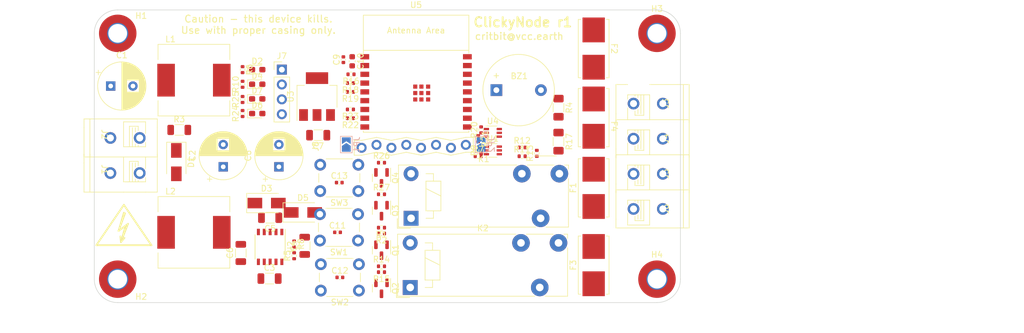
<source format=kicad_pcb>
(kicad_pcb (version 20211014) (generator pcbnew)
  (layers (0 "F.Cu" signal) (31 "B.Cu" signal) (34 "B.Paste" user) (35 "F.Paste" user) (36 "B.SilkS" user "B.Silkscreen") (37 "F.SilkS" user "F.Silkscreen") (38 "B.Mask" user) (39 "F.Mask" user) (44 "Edge.Cuts" user))
  (net 0 "")
  (net 1 "/BUZZ_PWM")
  (net 2 "Earth")
  (net 3 "D")
  (net 4 "+3V3")
  (net 5 "Net-(C4-Pad1)")
  (net 6 "/5V_DIRTY")
  (net 7 "+3.3V")
  (net 8 "/ESP_EN")
  (net 9 "/BOOT_BUT1")
  (net 10 "/BUT2")
  (net 11 "Net-(D1-Pad1)")
  (net 12 "LINE")
  (net 13 "Net-(D4-Pad1)")
  (net 14 "Net-(D6-Pad1)")
  (net 15 "Net-(D6-Pad2)")
  (net 16 "Net-(D7-Pad1)")
  (net 17 "Net-(D7-Pad2)")
  (net 18 "Net-(C4-Pad2)")
  (net 19 "Net-(D2-Pad1)")
  (net 20 "Net-(F1-Pad1)")
  (net 21 "/RTS")
  (net 22 "/DTR")
  (net 23 "/TARG_TX")
  (net 24 "/TARG_RX")
  (net 25 "VBUS")
  (net 26 "Net-(C1-Pad1)")
  (net 27 "Net-(F1-Pad2)")
  (net 28 "Net-(F2-Pad1)")
  (net 29 "Net-(F3-Pad1)")
  (net 30 "Net-(F2-Pad2)")
  (net 31 "Net-(F3-Pad2)")
  (net 32 "Net-(F4-Pad1)")
  (net 34 "Net-(Q1-Pad1)")
  (net 35 "Net-(Q2-Pad1)")
  (net 36 "Net-(Q3-Pad1)")
  (net 37 "Net-(Q4-Pad1)")
  (net 38 "/IO9")
  (net 39 "/MAINS_VDIV")
  (net 40 "Net-(F4-Pad2)")
  (net 42 "/I2C_SCL")
  (net 43 "/I2C_SDA")
  (net 44 "Net-(K1-PadA1)")
  (net 45 "/REL1_CTRL")
  (net 46 "/REL2_CTRL")
  (net 47 "/CURR_INA1")
  (net 48 "/I2C_RST")
  (net 49 "/CURR_INA2")
  (net 50 "Net-(R5-Pad2)")
  (net 51 "Net-(R7-Pad2)")
  (net 52 "Net-(R20-Pad2)")
  (net 53 "Net-(C5-Pad1)")
  (net 54 "Net-(K2-PadA1)")
  (net 55 "Net-(J8-Pad1)")
  (net 56 "Net-(J8-Pad8)")
  (footprint "Inductor_SMD:L_Pulse_PA4320" (layer "F.Cu") (at 91 115)
    (fp_text reference "L2" (at -4 -7) (layer "F.SilkS"))
    (fp_text value "470uH/1A")
    (pad "1" smd rect (at -4.75 0 90) (size 5.6 3) (layers "F.Cu" "F.Paste" "F.Mask") (net 18 "Net-(C4-Pad2)"))
    (pad "2" smd rect (at 4.75 0 90) (size 5.6 3) (layers "F.Cu" "F.Paste" "F.Mask") (net 6 "/5V_DIRTY"))
  )
  (footprint "Resistor_SMD:R_0402_1005Metric" (layer "F.Cu") (at 140 101 90)
    (fp_text reference "R9" (at 0 -1.17 90) (layer "F.SilkS"))
    (fp_text value "10k")
    (pad "1" smd roundrect (at -0.51 0 90) (size 0.54 0.64) (layers "F.Cu" "F.Paste" "F.Mask") (net 51 "Net-(R7-Pad2)"))
    (pad "2" smd roundrect (at 0.51 0 90) (size 0.54 0.64) (layers "F.Cu" "F.Paste" "F.Mask") (net 2 "Earth"))
  )
  (footprint "Package_TO_SOT_SMD:SOT-23" (layer "F.Cu") (at 123 124.5625 -90)
    (fp_text reference "Q2" (at 0 -2.4 90) (layer "F.SilkS"))
    (fp_text value "MMBT2222A")
    (pad "1" smd roundrect (at -0.9375 -0.95 270) (size 1.475 0.6) (layers "F.Cu" "F.Paste" "F.Mask") (net 35 "Net-(Q2-Pad1)"))
    (pad "2" smd roundrect (at -0.9375 0.95 270) (size 1.475 0.6) (layers "F.Cu" "F.Paste" "F.Mask") (net 2 "Earth"))
    (pad "3" smd roundrect (at 0.9375 0 270) (size 1.475 0.6) (layers "F.Cu" "F.Paste" "F.Mask") (net 54 "Net-(K2-PadA1)"))
  )
  (footprint "Buzzer_Beeper:Buzzer_12x9.5RM7.6" (layer "F.Cu") (at 142.6 90.7)
    (fp_text reference "BZ1" (at 3.9 -2.4) (layer "F.SilkS"))
    (fp_text value "Buzzer")
    (fp_text user "+" (at -0.01 -2.54) (layer "F.SilkS"))
    (pad "1" thru_hole rect (at 0 0) (size 2 2) (drill 1) (layers *.Cu *.Mask) (net 1 "/BUZZ_PWM"))
    (pad "2" thru_hole circle (at 7.6 0) (size 2 2) (drill 1) (layers *.Cu *.Mask) (net 2 "Earth"))
  )
  (footprint "Relay_THT:Relay_1-Form-C_Schrack-RYII_RM3.2mm" (layer "F.Cu") (at 128.05 112.6)
    (fp_text reference "K1" (at 12.4 -10.12) (layer "F.SilkS"))
    (fp_text value "RY212005")
    (pad "11" thru_hole circle (at 22.1 0) (size 3 3) (drill 1.3) (layers *.Cu *.Mask) (net 20 "Net-(F1-Pad1)"))
    (pad "12" thru_hole circle (at 18.9 -7.62) (size 3 3) (drill 1.3) (layers *.Cu *.Mask))
    (pad "14" thru_hole circle (at 25.3 -7.62) (size 3 3) (drill 1.3) (layers *.Cu *.Mask) (net 12 "LINE"))
    (pad "A1" thru_hole rect (at 0 0) (size 2.54 2.54) (drill 1.3) (layers *.Cu *.Mask) (net 44 "Net-(K1-PadA1)"))
    (pad "A2" thru_hole circle (at 0 -7.62) (size 2.54 2.54) (drill 1.3) (layers *.Cu *.Mask) (net 6 "/5V_DIRTY"))
  )
  (footprint "Package_TO_SOT_SMD:SOT-23" (layer "F.Cu") (at 123 105.7 -90)
    (fp_text reference "Q4" (at 0 -2.4 90) (layer "F.SilkS"))
    (fp_text value "MMBT2222A")
    (pad "1" smd roundrect (at -0.9375 -0.95 270) (size 1.475 0.6) (layers "F.Cu" "F.Paste" "F.Mask") (net 37 "Net-(Q4-Pad1)"))
    (pad "2" smd roundrect (at -0.9375 0.95 270) (size 1.475 0.6) (layers "F.Cu" "F.Paste" "F.Mask") (net 22 "/DTR"))
    (pad "3" smd roundrect (at 0.9375 0 270) (size 1.475 0.6) (layers "F.Cu" "F.Paste" "F.Mask") (net 38 "/IO9"))
  )
  (footprint "Resistor_SMD:R_0402_1005Metric" (layer "F.Cu") (at 99.3 87.2 -90)
    (fp_text reference "R6" (at 0 -1.17 90) (layer "F.SilkS"))
    (fp_text value "1Meg/THT")
    (pad "1" smd roundrect (at -0.51 0 270) (size 0.54 0.64) (layers "F.Cu" "F.Paste" "F.Mask") (net 19 "Net-(D2-Pad1)"))
    (pad "2" smd roundrect (at 0.51 0 270) (size 0.54 0.64) (layers "F.Cu" "F.Paste" "F.Mask") (net 2 "Earth"))
  )
  (footprint "Package_TO_SOT_SMD:Texas_R-PDSO-G6" (layer "F.Cu") (at 142 101)
    (fp_text reference "U1" (at 0 -2) (layer "F.SilkS"))
    (fp_text value "INA186AxDDxx")
    (pad "1" smd rect (at -1.1 -0.65) (size 0.9 0.4) (layers "F.Cu" "F.Paste" "F.Mask") (net 51 "Net-(R7-Pad2)"))
    (pad "2" smd rect (at -1.1 0) (size 0.9 0.4) (layers "F.Cu" "F.Paste" "F.Mask") (net 2 "Earth"))
    (pad "3" smd rect (at -1.1 0.65) (size 0.9 0.4) (layers "F.Cu" "F.Paste" "F.Mask") (net 4 "+3V3"))
    (pad "4" smd rect (at 1.1 0.65) (size 0.9 0.4) (layers "F.Cu" "F.Paste" "F.Mask") (net 28 "Net-(F2-Pad1)"))
    (pad "5" smd rect (at 1.1 0) (size 0.9 0.4) (layers "F.Cu" "F.Paste" "F.Mask") (net 2 "Earth"))
    (pad "6" smd rect (at 1.1 -0.65) (size 0.9 0.4) (layers "F.Cu" "F.Paste" "F.Mask") (net 47 "/CURR_INA1"))
  )
  (footprint "Resistor_SMD:R_0402_1005Metric" (layer "F.Cu") (at 123 108.5)
    (fp_text reference "R27" (at 0 -1.17) (layer "F.SilkS"))
    (fp_text value "10k")
    (pad "1" smd roundrect (at -0.51 0) (size 0.54 0.64) (layers "F.Cu" "F.Paste" "F.Mask") (net 21 "/RTS"))
    (pad "2" smd roundrect (at 0.51 0) (size 0.54 0.64) (layers "F.Cu" "F.Paste" "F.Mask") (net 37 "Net-(Q4-Pad1)"))
  )
  (footprint "Resistor_SMD:R_0402_1005Metric" (layer "F.Cu") (at 117.8 88 180)
    (fp_text reference "R16" (at 0 -1.17) (layer "F.SilkS"))
    (fp_text value "10k")
    (pad "1" smd roundrect (at -0.51 0 180) (size 0.54 0.64) (layers "F.Cu" "F.Paste" "F.Mask") (net 8 "/ESP_EN"))
    (pad "2" smd roundrect (at 0.51 0 180) (size 0.54 0.64) (layers "F.Cu" "F.Paste" "F.Mask") (net 7 "+3.3V"))
  )
  (footprint "Inductor_SMD:L_Pulse_PA4320" (layer "F.Cu") (at 91 89)
    (fp_text reference "L1" (at -4 -7) (layer "F.SilkS"))
    (fp_text value "470uH/1A")
    (pad "1" smd rect (at -4.75 0 90) (size 5.6 3) (layers "F.Cu" "F.Paste" "F.Mask") (net 26 "Net-(C1-Pad1)"))
    (pad "2" smd rect (at 4.75 0 90) (size 5.6 3) (layers "F.Cu" "F.Paste" "F.Mask") (net 3 "D"))
  )
  (footprint "Resistor_SMD:R_0402_1005Metric" (layer "F.Cu") (at 149.5 101.5 90)
    (fp_text reference "R13" (at 0 -1.17 90) (layer "F.SilkS"))
    (fp_text value "10k")
    (pad "1" smd roundrect (at -0.51 0 90) (size 0.54 0.64) (layers "F.Cu" "F.Paste" "F.Mask") (net 39 "/MAINS_VDIV"))
    (pad "2" smd roundrect (at 0.51 0 90) (size 0.54 0.64) (layers "F.Cu" "F.Paste" "F.Mask") (net 2 "Earth"))
  )
  (footprint "LED_SMD:LED_0603_1608Metric_Pad1.05x0.95mm_HandSolder" (layer "F.Cu") (at 101.8 89.7)
    (fp_text reference "D4" (at 0 -1.43) (layer "F.SilkS"))
    (fp_text value "LED_0603")
    (pad "1" smd roundrect (at -0.875 0) (size 1.05 0.95) (layers "F.Cu" "F.Paste" "F.Mask") (net 13 "Net-(D4-Pad1)"))
    (pad "2" smd roundrect (at 0.875 0) (size 1.05 0.95) (layers "F.Cu" "F.Paste" "F.Mask") (net 4 "+3V3"))
  )
  (footprint "Capacitor_SMD:C_1206_3216Metric" (layer "F.Cu") (at 99 118.525 90)
    (fp_text reference "C6" (at 0 -1.85 90) (layer "F.SilkS"))
    (fp_text value "1uF/25V")
    (pad "1" smd roundrect (at -1.475 0 90) (size 1.15 1.8) (layers "F.Cu" "F.Paste" "F.Mask") (roundrect_rratio 0.217391) (net 5 "Net-(C4-Pad1)"))
    (pad "2" smd roundrect (at 1.475 0 90) (size 1.15 1.8) (layers "F.Cu" "F.Paste" "F.Mask") (roundrect_rratio 0.217391) (net 18 "Net-(C4-Pad2)"))
  )
  (footprint "Resistor_SMD:R_0402_1005Metric" (layer "F.Cu") (at 117.7 94 180)
    (fp_text reference "R23" (at 0 -1.17) (layer "F.SilkS"))
    (fp_text value "10k")
    (pad "1" smd roundrect (at -0.51 0 180) (size 0.54 0.64) (layers "F.Cu" "F.Paste" "F.Mask") (net 10 "/BUT2"))
    (pad "2" smd roundrect (at 0.51 0 180) (size 0.54 0.64) (layers "F.Cu" "F.Paste" "F.Mask") (net 7 "+3.3V"))
  )
  (footprint "Relay_THT:Relay_1-Form-C_Schrack-RYII_RM3.2mm" (layer "F.Cu") (at 127.9 124.42)
    (fp_text reference "K2" (at 12.4 -10.12) (layer "F.SilkS"))
    (fp_text value "RY212005")
    (pad "11" thru_hole circle (at 22.1 0) (size 3 3) (drill 1.3) (layers *.Cu *.Mask) (net 29 "Net-(F3-Pad1)"))
    (pad "12" thru_hole circle (at 18.9 -7.62) (size 3 3) (drill 1.3) (layers *.Cu *.Mask))
    (pad "14" thru_hole circle (at 25.3 -7.62) (size 3 3) (drill 1.3) (layers *.Cu *.Mask) (net 12 "LINE"))
    (pad "A1" thru_hole rect (at 0 0) (size 2.54 2.54) (drill 1.3) (layers *.Cu *.Mask) (net 54 "Net-(K2-PadA1)"))
    (pad "A2" thru_hole circle (at 0 -7.62) (size 2.54 2.54) (drill 1.3) (layers *.Cu *.Mask) (net 6 "/5V_DIRTY"))
  )
  (footprint "Critbit_lib:Lichtenprog" (layer "F.Cu") (at 128.5 100.3 90)
    (fp_text reference "J8" (at 0 -16.74 90 unlocked) (layer "F.SilkS"))
    (fp_text value "Lichtenprog_conn")
    (pad "1" thru_hole oval (at -0.25 -8.89 90) (size 1.7 1.7) (drill 1) (layers *.Cu *.Mask) (net 55 "Net-(J8-Pad1)"))
    (pad "2" thru_hole oval (at 0.25 -6.35 90) (size 1.7 1.7) (drill 1) (layers *.Cu *.Mask) (net 21 "/RTS"))
    (pad "3" thru_hole oval (at -0.25 -3.81 90) (size 1.7 1.7) (drill 1) (layers *.Cu *.Mask) (net 22 "/DTR"))
    (pad "4" thru_hole oval (at 0.25 -1.27 90) (size 1.7 1.7) (drill 1) (layers *.Cu *.Mask) (net 23 "/TARG_TX"))
    (pad "5" thru_hole oval (at -0.25 1.25 90) (size 1.7 1.7) (drill 1) (layers *.Cu *.Mask) (net 24 "/TARG_RX"))
    (pad "6" thru_hole oval (at 0.25 3.81 90) (size 1.7 1.7) (drill 1) (layers *.Cu *.Mask) (net 2 "Earth"))
    (pad "7" thru_hole oval (at -0.25 6.35 90) (size 1.7 1.7) (drill 1) (layers *.Cu *.Mask) (net 2 "Earth"))
    (pad "8" thru_hole oval (at 0.25 8.89 90) (size 1.7 1.7) (drill 1) (layers *.Cu *.Mask) (net 56 "Net-(J8-Pad8)"))
  )
  (footprint "Capacitor_SMD:C_1206_3216Metric" (layer "F.Cu") (at 103.9 122.9)
    (fp_text reference "C3" (at 0 -1.85) (layer "F.SilkS"))
    (fp_text value "47uF/6.3V")
    (pad "1" smd roundrect (at -1.475 0) (size 1.15 1.8) (layers "F.Cu" "F.Paste" "F.Mask") (roundrect_rratio 0.217391) (net 3 "D"))
    (pad "2" smd roundrect (at 1.475 0) (size 1.15 1.8) (layers "F.Cu" "F.Paste" "F.Mask") (roundrect_rratio 0.217391) (net 2 "Earth"))
  )
  (footprint "Capacitor_THT:CP_Radial_D8.0mm_P3.80mm" (layer "F.Cu") (at 76.797349 90)
    (fp_text reference "C1" (at 1.9 -5.25) (layer "F.SilkS"))
    (fp_text value "2u2/400V")
    (pad "1" thru_hole rect (at 0 0) (size 1.6 1.6) (drill 0.8) (layers *.Cu *.Mask) (net 26 "Net-(C1-Pad1)"))
    (pad "2" thru_hole circle (at 3.8 0) (size 1.6 1.6) (drill 0.8) (layers *.Cu *.Mask) (net 2 "Earth"))
  )
  (footprint "Package_TO_SOT_SMD:Texas_R-PDSO-G6" (layer "F.Cu") (at 142 98)
    (fp_text reference "U4" (at 0 -2) (layer "F.SilkS"))
    (fp_text value "INA186AxDDxx")
    (pad "1" smd rect (at -1.1 -0.65) (size 0.9 0.4) (layers "F.Cu" "F.Paste" "F.Mask") (net 52 "Net-(R20-Pad2)"))
    (pad "2" smd rect (at -1.1 0) (size 0.9 0.4) (layers "F.Cu" "F.Paste" "F.Mask") (net 2 "Earth"))
    (pad "3" smd rect (at -1.1 0.65) (size 0.9 0.4) (layers "F.Cu" "F.Paste" "F.Mask") (net 4 "+3V3"))
    (pad "4" smd rect (at 1.1 0.65) (size 0.9 0.4) (layers "F.Cu" "F.Paste" "F.Mask") (net 32 "Net-(F4-Pad1)"))
    (pad "5" smd rect (at 1.1 0) (size 0.9 0.4) (layers "F.Cu" "F.Paste" "F.Mask") (net 2 "Earth"))
    (pad "6" smd rect (at 1.1 -0.65) (size 0.9 0.4) (layers "F.Cu" "F.Paste" "F.Mask") (net 49 "/CURR_INA2"))
  )
  (footprint "Resistor_SMD:R_0402_1005Metric" (layer "F.Cu") (at 108.1 117 -90)
    (fp_text reference "R8" (at 0 -1.17 90) (layer "F.SilkS"))
    (fp_text value "1.2k")
    (pad "1" smd roundrect (at -0.51 0 270) (size 0.54 0.64) (layers "F.Cu" "F.Paste" "F.Mask") (net 50 "Net-(R5-Pad2)"))
    (pad "2" smd roundrect (at 0.51 0 270) (size 0.54 0.64) (layers "F.Cu" "F.Paste" "F.Mask") (net 18 "Net-(C4-Pad2)"))
  )
  (footprint "Capacitor_THT:CP_Radial_D8.0mm_P3.80mm" (layer "F.Cu") (at 105.5 103.802651 90)
    (fp_text reference "C8" (at 1.9 -5.25 90) (layer "F.SilkS"))
    (fp_text value "100u/16V")
    (pad "1" thru_hole rect (at 0 0 90) (size 1.6 1.6) (drill 0.8) (layers *.Cu *.Mask) (net 6 "/5V_DIRTY"))
    (pad "2" thru_hole circle (at 3.8 0 90) (size 1.6 1.6) (drill 0.8) (layers *.Cu *.Mask) (net 2 "Earth"))
  )
  (footprint "Package_TO_SOT_SMD:SOT-23" (layer "F.Cu") (at 123 118.0625 -90)
    (fp_text reference "Q1" (at 0 -2.4 90) (layer "F.SilkS"))
    (fp_text value "MMBT2222A")
    (pad "1" smd roundrect (at -0.9375 -0.95 270) (size 1.475 0.6) (layers "F.Cu" "F.Paste" "F.Mask") (net 34 "Net-(Q1-Pad1)"))
    (pad "2" smd roundrect (at -0.9375 0.95 270) (size 1.475 0.6) (layers "F.Cu" "F.Paste" "F.Mask") (net 2 "Earth"))
    (pad "3" smd roundrect (at 0.9375 0 270) (size 1.475 0.6) (layers "F.Cu" "F.Paste" "F.Mask") (net 44 "Net-(K1-PadA1)"))
  )
  (footprint "Capacitor_SMD:C_0603_1608Metric" (layer "F.Cu") (at 118 85.775 -90)
    (fp_text reference "C10" (at 0 -1.43 90) (layer "F.SilkS"))
    (fp_text value "10u")
    (pad "1" smd roundrect (at -0.775 0 270) (size 0.9 0.95) (layers "F.Cu" "F.Paste" "F.Mask") (net 7 "+3.3V"))
    (pad "2" smd roundrect (at 0.775 0 270) (size 0.9 0.95) (layers "F.Cu" "F.Paste" "F.Mask") (net 2 "Earth"))
  )
  (footprint "Resistor_SMD:R_1206_3216Metric" (layer "F.Cu") (at 88.5 97.5)
    (fp_text reference "R3" (at 0 -1.82) (layer "F.SilkS"))
    (fp_text value "33R/1206")
    (pad "1" smd roundrect (at -1.4625 0) (size 1.125 1.75) (layers "F.Cu" "F.Paste" "F.Mask") (roundrect_rratio 0.222222) (net 26 "Net-(C1-Pad1)"))
    (pad "2" smd roundrect (at 1.4625 0) (size 1.125 1.75) (layers "F.Cu" "F.Paste" "F.Mask") (roundrect_rratio 0.222222) (net 11 "Net-(D1-Pad1)"))
  )
  (footprint "Resistor_SMD:R_0402_1005Metric" (layer "F.Cu") (at 117.7 89.5 180)
    (fp_text reference "R18" (at 0 -1.17) (layer "F.SilkS"))
    (fp_text value "3k")
    (pad "1" smd roundrect (at -0.51 0 180) (size 0.54 0.64) (layers "F.Cu" "F.Paste" "F.Mask") (net 42 "/I2C_SCL"))
    (pad "2" smd roundrect (at 0.51 0 180) (size 0.54 0.64) (layers "F.Cu" "F.Paste" "F.Mask") (net 7 "+3.3V"))
  )
  (footprint "Fuse:Fuseholder_Littelfuse_Nano2_154x" (layer "F.Cu") (at 159.2 83.6 -90)
    (fp_text reference "F2" (at 0 -3.5 -90 unlocked) (layer "F.SilkS"))
    (fp_text value "2A/SLOW")
    (pad "1" smd rect (at -3.185 0 270) (size 4.24 3.81) (layers "F.Cu" "F.Paste" "F.Mask") (net 28 "Net-(F2-Pad1)"))
    (pad "2" smd rect (at 3.185 0 270) (size 4.24 3.81) (layers "F.Cu" "F.Paste" "F.Mask") (net 30 "Net-(F2-Pad2)"))
  )
  (footprint "Resistor_SMD:R_1206_3216Metric_Pad1.30x1.75mm_HandSolder" (layer "F.Cu") (at 153.2 93.7 -90)
    (fp_text reference "R4" (at 0 -1.82 90) (layer "F.SilkS"))
    (fp_text value "10mR/1206")
    (pad "1" smd roundrect (at -1.55 0 270) (size 1.3 1.75) (layers "F.Cu" "F.Paste" "F.Mask") (roundrect_rratio 0.192308) (net 28 "Net-(F2-Pad1)"))
    (pad "2" smd roundrect (at 1.55 0 270) (size 1.3 1.75) (layers "F.Cu" "F.Paste" "F.Mask") (roundrect_rratio 0.192308) (net 2 "Earth"))
  )
  (footprint "Resistor_SMD:R_0402_1005Metric" (layer "F.Cu") (at 140 97.5 90)
    (fp_text reference "R20" (at 0 -1.17 90) (layer "F.SilkS"))
    (fp_text value "10k")
    (pad "1" smd roundrect (at -0.51 0 90) (size 0.54 0.64) (layers "F.Cu" "F.Paste" "F.Mask") (net 4 "+3V3"))
    (pad "2" smd roundrect (at 0.51 0 90) (size 0.54 0.64) (layers "F.Cu" "F.Paste" "F.Mask") (net 52 "Net-(R20-Pad2)"))
  )
  (footprint "MountingHole:MountingHole_3.2mm_M3_Pad_TopOnly" (layer "F.Cu") (at 78 81)
    (fp_text reference "H1" (at 4 -3) (layer "F.SilkS"))
    (fp_text value "SCR")
    (pad "1" connect circle (at 0 0) (size 6.4 6.4) (layers "F.Cu" "F.Mask") (net 2 "Earth"))
    (pad "1" thru_hole circle (at 0 0) (size 3.6 3.6) (drill 3.2) (layers *.Cu *.Mask) (net 2 "Earth"))
  )
  (footprint "Critbit_lib:DG235-5.0" (layer "F.Cu") (at 79.25 98.875 -90)
    (fp_text reference "J2" (at -0.625 3.5 -90 unlocked) (layer "F.SilkS"))
    (fp_text value "IN2")
    (pad "1" thru_hole circle (at 0 2.5 270) (size 2 2) (drill 1.2) (layers *.Mask "F.Cu" "In1.Cu" "B.Cu") (net 2 "Earth"))
    (pad "1" thru_hole circle (at 0 -2.5 270) (size 2 2) (drill 1.2) (layers *.Cu *.Mask) (net 2 "Earth"))
  )
  (footprint "Resistor_SMD:R_0402_1005Metric" (layer "F.Cu") (at 147 100.5)
    (fp_text reference "R12" (at 0 -1.17) (layer "F.SilkS"))
    (fp_text value "1Meg/THT")
    (pad "1" smd roundrect (at -0.51 0) (size 0.54 0.64) (layers "F.Cu" "F.Paste" "F.Mask") (net 12 "LINE"))
    (pad "2" smd roundrect (at 0.51 0) (size 0.54 0.64) (layers "F.Cu" "F.Paste" "F.Mask") (net 39 "/MAINS_VDIV"))
  )
  (footprint "Resistor_SMD:R_0402_1005Metric" (layer "F.Cu") (at 123 103.1)
    (fp_text reference "R26" (at 0 -1.17) (layer "F.SilkS"))
    (fp_text value "10k")
    (pad "1" smd roundrect (at -0.51 0) (size 0.54 0.64) (layers "F.Cu" "F.Paste" "F.Mask") (net 22 "/DTR"))
    (pad "2" smd roundrect (at 0.51 0) (size 0.54 0.64) (layers "F.Cu" "F.Paste" "F.Mask") (net 36 "Net-(Q3-Pad1)"))
  )
  (footprint "Capacitor_SMD:C_0402_1005Metric" (layer "F.Cu") (at 115.5 115)
    (fp_text reference "C11" (at 0 -1.16) (layer "F.SilkS"))
    (fp_text value "100n")
    (pad "1" smd roundrect (at -0.48 0) (size 0.56 0.62) (layers "F.Cu" "F.Paste" "F.Mask") (net 8 "/ESP_EN"))
    (pad "2" smd roundrect (at 0.48 0) (size 0.56 0.62) (layers "F.Cu" "F.Paste" "F.Mask") (net 2 "Earth"))
  )
  (footprint "Package_TO_SOT_SMD:SOT-23" (layer "F.Cu") (at 123 111.3 -90)
    (fp_text reference "Q3" (at 0 -2.4 90) (layer "F.SilkS"))
    (fp_text value "MMBT2222A")
    (pad "1" smd roundrect (at -0.9375 -0.95 270) (size 1.475 0.6) (layers "F.Cu" "F.Paste" "F.Mask") (net 36 "Net-(Q3-Pad1)"))
    (pad "2" smd roundrect (at -0.9375 0.95 270) (size 1.475 0.6) (layers "F.Cu" "F.Paste" "F.Mask") (net 21 "/RTS"))
    (pad "3" smd roundrect (at 0.9375 0 270) (size 1.475 0.6) (layers "F.Cu" "F.Paste" "F.Mask") (net 8 "/ESP_EN"))
  )
  (footprint "Critbit_lib:DG235-5.0" (layer "F.Cu") (at 168.5 105 90)
    (fp_text reference "J5" (at 0 3 90 unlocked) (layer "F.SilkS"))
    (fp_text value "TERM_BLOCK")
    (pad "1" thru_hole circle (at 0 -2.5 90) (size 2 2) (drill 1.2) (layers *.Cu *.Mask) (net 31 "Net-(F3-Pad2)"))
    (pad "1" thru_hole circle (at 0 2.5 90) (size 2 2) (drill 1.2) (layers *.Mask "F.Cu" "In1.Cu" "B.Cu") (net 31 "Net-(F3-Pad2)"))
  )
  (footprint "Capacitor_SMD:C_0402_1005Metric" (layer "F.Cu") (at 115.9 122.7)
    (fp_text reference "C12" (at 0 -1.16) (layer "F.SilkS"))
    (fp_text value "100n")
    (pad "1" smd roundrect (at -0.48 0) (size 0.56 0.62) (layers "F.Cu" "F.Paste" "F.Mask") (net 9 "/BOOT_BUT1"))
    (pad "2" smd roundrect (at 0.48 0) (size 0.56 0.62) (layers "F.Cu" "F.Paste" "F.Mask") (net 2 "Earth"))
  )
  (footprint "Espressif:ESP32-C3-WROOM-02" (layer "F.Cu") (at 128.9 89.15)
    (fp_text reference "U5" (at 0 -13) (layer "F.SilkS"))
    (fp_text value "ESP32-C3-WROOM-02")
    (fp_text user "Antenna Area" (at 0 -8.65) (layer "F.SilkS"))
    (pad "1" smd rect locked (at -8.75 -4.15) (size 1.5 0.9) (layers "F.Cu" "F.Paste" "F.Mask") (net 7 "+3.3V"))
    (pad "2" smd rect locked (at -8.75 -2.65) (size 1.5 0.9) (layers "F.Cu" "F.Paste" "F.Mask") (net 8 "/ESP_EN"))
    (pad "3" smd rect locked (at -8.75 -1.15) (size 1.5 0.9) (layers "F.Cu" "F.Paste" "F.Mask") (net 46 "/REL2_CTRL"))
    (pad "4" smd rect locked (at -8.75 0.35) (size 1.5 0.9) (layers "F.Cu" "F.Paste" "F.Mask") (net 42 "/I2C_SCL"))
    (pad "5" smd rect locked (at -8.75 1.85) (size 1.5 0.9) (layers "F.Cu" "F.Paste" "F.Mask") (net 43 "/I2C_SDA"))
    (pad "6" smd rect locked (at -8.75 3.35) (size 1.5 0.9) (layers "F.Cu" "F.Paste" "F.Mask") (net 48 "/I2C_RST"))
    (pad "7" smd rect locked (at -8.75 4.85) (size 1.5 0.9) (layers "F.Cu" "F.Paste" "F.Mask") (net 10 "/BUT2"))
    (pad "8" smd rect locked (at -8.75 6.35) (size 1.5 0.9) (layers "F.Cu" "F.Paste" "F.Mask") (net 9 "/BOOT_BUT1"))
    (pad "9" smd rect locked (at -8.75 7.85) (size 1.5 0.9) (layers "F.Cu" "F.Paste" "F.Mask") (net 2 "Earth"))
    (pad "10" smd rect locked (at 8.75 7.85 180) (size 1.5 0.9) (layers "F.Cu" "F.Paste" "F.Mask") (net 1 "/BUZZ_PWM"))
    (pad "11" smd rect locked (at 8.75 6.35 180) (size 1.5 0.9) (layers "F.Cu" "F.Paste" "F.Mask") (net 24 "/TARG_RX"))
    (pad "12" smd rect locked (at 8.75 4.85 180) (size 1.5 0.9) (layers "F.Cu" "F.Paste" "F.Mask") (net 23 "/TARG_TX"))
    (pad "13" smd rect locked (at 8.75 3.35 180) (size 1.5 0.9) (layers "F.Cu" "F.Paste" "F.Mask") (net 15 "Net-(D6-Pad2)"))
    (pad "14" smd rect locked (at 8.75 1.85 180) (size 1.5 0.9) (layers "F.Cu" "F.Paste" "F.Mask") (net 17 "Net-(D7-Pad2)"))
    (pad "15" smd rect locked (at 8.75 0.35 180) (size 1.5 0.9) (layers "F.Cu" "F.Paste" "F.Mask") (net 45 "/REL1_CTRL"))
    (pad "16" smd rect locked (at 8.75 -1.15 180) (size 1.5 0.9) (layers "F.Cu" "F.Paste" "F.Mask") (net 39 "/MAINS_VDIV"))
    (pad "17" smd rect locked (at 8.75 -2.65 180) (size 1.5 0.9) (layers "F.Cu" "F.Paste" "F.Mask") (net 49 "/CURR_INA2"))
    (pad "18" smd rect locked (at 8.75 -4.15 180) (size 1.5 0.9) (layers "F.Cu" "F.Paste" "F.Mask") (net 47 "/CURR_INA1"))
    (pad "19" smd rect locked (at 2.06 2.05 180) (size 0.7 0.7) (layers "F.Cu" "F.Paste" "F.Mask") (net 2 "Earth"))
    (pad "19" smd rect locked (at -0.14 3.15 180) (size 0.7 0.7) (layers "F.Cu" "F.Paste" "F.Mask") (net 2 "Earth"))
    (pad "19" smd rect locked (at 0.91 0.95 180) (size 0.7 0.7) (layers "F.Cu" "F.Paste" "F.Mask") (net 2 "Earth"))
    (pad "19" smd rect locked (at 2.06 3.15 180) (size 0.7 0.7) (layers "F.Cu" "F.Paste" "F.Mask") (net 2 "Earth"))
    (pad "19" smd rect locked (at 0.91 2.05 180) (size 0.7 0.7) (layers "F.Cu" "F.Paste" "F.Mask") (net 2 "Earth"))
    (pad "19" smd rect locked (at -0.14 0.95 180) (size 0.7 0.7) (layers "F.Cu" "F.Paste" "F.Mask") (net 2 "Earth"))
    (pad "19" smd rect locked (at 2.06 0.95 180) (size 0.7 0.7) (layers "F.Cu" "F.Paste" "F.Mask") (net 2 "Earth"))
    (pad "19" smd rect locked (at -0.14 2.05 180) (size 0.7 0.7) (layers "F.Cu" "F.Paste" "F.Mask") (net 2 "Earth"))
    (pad "19" smd rect locked (at 0.91 3.15 180) (size 0.7 0.7) (layers "F.Cu" "F.Paste" "F.Mask") (net 2 "Earth"))
  )
  (footprint "Capacitor_THT:CP_Radial_D8.0mm_P3.80mm" (layer "F.Cu") (at 96 103.802651 90)
    (fp_text reference "C2" (at 1.9 -5.25 90) (layer "F.SilkS"))
    (fp_text value "2u2/400V")
    (pad "1" thru_hole rect (at 0 0 90) (size 1.6 1.6) (drill 0.8) (layers *.Cu *.Mask) (net 3 "D"))
    (pad "2" thru_hole circle (at 3.8 0 90) (size 1.6 1.6) (drill 0.8) (layers *.Cu *.Mask) (net 2 "Earth"))
  )
  (footprint "Resistor_SMD:R_0402_1005Metric" (layer "F.Cu") (at 99.3 94.7 90)
    (fp_text reference "R24" (at 0 -1.17 90) (layer "F.SilkS"))
    (fp_text value "10k")
    (pad "1" smd roundrect (at -0.51 0 90) (size 0.54 0.64) (layers "F.Cu" "F.Paste" "F.Mask") (net 2 "Earth"))
    (pad "2" smd roundrect (at 0.51 0 90) (size 0.54 0.64) (layers "F.Cu" "F.Paste" "F.Mask") (net 14 "Net-(D6-Pad1)"))
  )
  (footprint "Capacitor_SMD:C_0402_1005Metric" (layer "F.Cu") (at 116.5 85.5 90)
    (fp_text reference "C9" (at 0 -1.16 90) (layer "F.SilkS"))
    (fp_text value "100n")
    (pad "1" smd roundrect (at -0.48 0 90) (size 0.56 0.62) (layers "F.Cu" "F.Paste" "F.Mask") (net 7 "+3.3V"))
    (pad "2" smd roundrect (at 0.48 0 90) (size 0.56 0.62) (layers "F.Cu" "F.Paste" "F.Mask") (net 2 "Earth"))
  )
  (footprint "Button_Switch_THT:SW_PUSH_6mm_H4.3mm" (layer "F.Cu") (at 119.05 107.95 180)
    (fp_text reference "SW3" (at 3.25 -2) (layer "F.SilkS"))
    (fp_text value "BOOT")
    (pad "1" thru_hole circle (at 6.5 0 270) (size 2 2) (drill 1.1) (layers *.Cu *.Mask) (net 10 "/BUT2"))
    (pad "1" thru_hole circle (at 0 0 270) (size 2 2) (drill 1.1) (layers *.Cu *.Mask) (net 10 "/BUT2"))
    (pad "2" thru_hole circle (at 6.5 4.5 270) (size 2 2) (drill 1.1) (layers *.Cu *.Mask) (net 2 "Earth"))
    (pad "2" thru_hole circle (at 0 4.5 270) (size 2 2) (drill 1.1) (layers *.Cu *.Mask) (net 2 "Earth"))
  )
  (footprint "MountingHole:MountingHole_3.2mm_M3_Pad_TopOnly" (layer "F.Cu") (at 170 81)
    (fp_text reference "H3" (at 0 -4.2) (layer "F.SilkS"))
    (fp_text value "SCR")
    (pad "1" thru_hole circle (at 0 0) (size 3.6 3.6) (drill 3.2) (layers *.Cu *.Mask) (net 2 "Earth"))
    (pad "1" connect circle (at 0 0) (size 6.4 6.4) (layers "F.Cu" "F.Mask") (net 2 "Earth"))
  )
  (footprint "Fuse:Fuseholder_Littelfuse_Nano2_154x" (layer "F.Cu") (at 159.2 107.4 90)
    (fp_text reference "F1" (at 0 -3.5 90 unlocked) (layer "F.SilkS"))
    (fp_text value "2A/SLOW")
    (pad "1" smd rect (at -3.185 0 90) (size 4.24 3.81) (layers "F.Cu" "F.Paste" "F.Mask") (net 20 "Net-(F1-Pad1)"))
    (pad "2" smd rect (at 3.185 0 90) (size 4.24 3.81) (layers "F.Cu" "F.Paste" "F.Mask") (net 27 "Net-(F1-Pad2)"))
  )
  (footprint "Fuse:Fuseholder_Littelfuse_Nano2_154x" (layer "F.Cu") (at 159.2 95.4 -90)
    (fp_text reference "F4" (at 1.5 -3.5 -90 unlocked) (layer "F.SilkS"))
    (fp_text value "2A/SLOW")
    (pad "1" smd rect (at -3.185 0 270) (size 4.24 3.81) (layers "F.Cu" "F.Paste" "F.Mask") (net 32 "Net-(F4-Pad1)"))
    (pad "2" smd rect (at 3.185 0 270) (size 4.24 3.81) (layers "F.Cu" "F.Paste" "F.Mask") (net 40 "Net-(F4-Pad2)"))
  )
  (footprint "LED_SMD:LED_0603_1608Metric_Pad1.05x0.95mm_HandSolder" (layer "F.Cu") (at 101.8 87.2)
    (fp_text reference "D2" (at 0 -1.43) (layer "F.SilkS"))
    (fp_text value "LED_0603")
    (pad "1" smd roundrect (at -0.875 0) (size 1.05 0.95) (layers "F.Cu" "F.Paste" "F.Mask") (net 19 "Net-(D2-Pad1)"))
    (pad "2" smd roundrect (at 0.875 0) (size 1.05 0.95) (layers "F.Cu" "F.Paste" "F.Mask") (net 12 "LINE"))
  )
  (footprint "Connector_PinHeader_2.54mm:PinHeader_1x04_P2.54mm_Vertical" (layer "F.Cu") (at 106 87.2)
    (fp_text reference "J7" (at 0 -2.33) (layer "F.SilkS"))
    (fp_text value "OLED")
    (pad "1" thru_hole rect (at 0 0) (size 1.7 1.7) (drill 1) (layers *.Cu *.Mask) (net 43 "/I2C_SDA"))
    (pad "2" thru_hole oval (at 0 2.54) (size 1.7 1.7) (drill 1) (layers *.Cu *.Mask) (net 42 "/I2C_SCL"))
    (pad "3" thru_hole oval (at 0 5.08) (size 1.7 1.7) (drill 1) (layers *.Cu *.Mask) (net 7 "+3.3V"))
    (pad "4" thru_hole oval (at 0 7.62) (size 1.7 1.7) (drill 1) (layers *.Cu *.Mask) (net 2 "Earth"))
  )
  (footprint "Resistor_SMD:R_0402_1005Metric" (layer "F.Cu") (at 99.3 89.7 90)
    (fp_text reference "R10" (at 0 -1.17 90) (layer "F.SilkS"))
    (fp_text value "10k")
    (pad "1" smd roundrect (at -0.51 0 90) (size 0.54 0.64) (layers "F.Cu" "F.Paste" "F.Mask") (net 2 "Earth"))
    (pad "2" smd roundrect (at 0.51 0 90) (size 0.54 0.64) (layers "F.Cu" "F.Paste" "F.Mask") (net 13 "Net-(D4-Pad1)"))
  )
  (footprint "Capacitor_SMD:C_1206_3216Metric" (layer "F.Cu") (at 104 112.5 180)
    (fp_text reference "C5" (at 0 -1.85) (layer "F.SilkS"))
    (fp_text value "47uF/6.3V")
    (pad "1" smd roundrect (at -1.475 0 180) (size 1.15 1.8) (layers "F.Cu" "F.Paste" "F.Mask") (roundrect_rratio 0.217391) (net 53 "Net-(C5-Pad1)"))
    (pad "2" smd roundrect (at 1.475 0 180) (size 1.15 1.8) (layers "F.Cu" "F.Paste" "F.Mask") (roundrect_rratio 0.217391) (net 18 "Net-(C4-Pad2)"))
  )
  (footprint "Resistor_SMD:R_0402_1005Metric" (layer "F.Cu") (at 123 120.8)
    (fp_text reference "R14" (at 0 -1.17) (layer "F.SilkS"))
    (fp_text value "3k")
    (pad "1" smd roundrect (at -0.51 0) (size 0.54 0.64) (layers "F.Cu" "F.Paste" "F.Mask") (net 46 "/REL2_CTRL"))
    (pad "2" smd roundrect (at 0.51 0) (size 0.54 0.64) (layers "F.Cu" "F.Paste" "F.Mask") (net 35 "Net-(Q2-Pad1)"))
  )
  (footprint "MountingHole:MountingHole_3.2mm_M3_Pad_TopOnly" (layer "F.Cu") (at 170 123)
    (fp_text reference "H4" (at 0 -4.2) (layer "F.SilkS"))
    (fp_text value "SCR")
    (pad "1" connect circle (at 0 0) (size 6.4 6.4) (layers "F.Cu" "F.Mask") (net 2 "Earth"))
    (pad "1" thru_hole circle (at 0 0) (size 3.6 3.6) (drill 3.2) (layers *.Cu *.Mask) (net 2 "Earth"))
  )
  (footprint "Resistor_SMD:R_0402_1005Metric" (layer "F.Cu") (at 147 102)
    (fp_text reference "R11" (at 0 -1.17) (layer "F.SilkS"))
    (fp_text value "10k")
    (pad "1" smd roundrect (at -0.51 0) (size 0.54 0.64) (layers "F.Cu" "F.Paste" "F.Mask") (net 4 "+3V3"))
    (pad "2" smd roundrect (at 0.51 0) (size 0.54 0.64) (layers "F.Cu" "F.Paste" "F.Mask") (net 39 "/MAINS_VDIV"))
  )
  (footprint "Resistor_SMD:R_0402_1005Metric" (layer "F.Cu") (at 117.7 95.5 180)
    (fp_text reference "R22" (at 0 -1.17) (layer "F.SilkS"))
    (fp_text value "10k")
    (pad "1" smd roundrect (at -0.51 0 180) (size 0.54 0.64) (layers "F.Cu" "F.Paste" "F.Mask") (net 9 "/BOOT_BUT1"))
    (pad "2" smd roundrect (at 0.51 0 180) (size 0.54 0.64) (layers "F.Cu" "F.Paste" "F.Mask") (net 7 "+3.3V"))
  )
  (footprint "Package_SO:SSOP-10_3.9x4.9mm_P1.00mm" (layer "F.Cu") (at 104 117.49 -90)
    (fp_text reference "U2" (at 0 -3.5 -270) (layer "F.SilkS"))
    (fp_text value "VIPER012LS")
    (pad "1" smd rect (at -2.55 -2 270) (size 1.1 0.51) (layers "F.Cu" "F.Paste" "F.Mask") (net 18 "Net-(C4-Pad2)"))
    (pad "2" smd rect (at -2.55 -1 270) (size 1.1 0.51) (layers "F.Cu" "F.Paste" "F.Mask") (net 5 "Net-(C4-Pad1)"))
    (pad "3" smd rect (at -2.55 0 270) (size 1.1 0.51) (layers "F.Cu" "F.Paste" "F.Mask") (net 18 "Net-(C4-Pad2)"))
    (pad "4" smd rect (at -2.55 1 270) (size 1.1 0.51) (layers "F.Cu" "F.Paste" "F.Mask") (net 50 "Net-(R5-Pad2)"))
    (pad "5" smd rect (at -2.55 2 270) (size 1.1 0.51) (layers "F.Cu" "F.Paste" "F.Mask") (net 53 "Net-(C5-Pad1)"))
    (pad "6" smd rect (at 2.55 2 270) (size 1.1 0.51) (layers "F.Cu" "F.Paste" "F.Mask") (net 3 "D"))
    (pad "7" smd rect (at 2.55 1 270) (size 1.1 0.51) (layers "F.Cu" "F.Paste" "F.Mask") (net 3 "D"))
    (pad "8" smd rect (at 2.55 0 270) (size 1.1 0.51) (layers "F.Cu" "F.Paste" "F.Mask") (net 3 "D"))
    (pad "9" smd rect (at 2.55 -1 270) (size 1.1 0.51) (layers "F.Cu" "F.Paste" "F.Mask") (net 3 "D"))
    (pad "10" smd rect (at 2.55 -2 270) (size 1.1 0.51) (layers "F.Cu" "F.Paste" "F.Mask") (net 3 "D"))
  )
  (footprint "Resistor_SMD:R_0402_1005Metric" (layer "F.Cu") (at 139.5 102)
    (fp_text reference "R7" (at 0 -1.17) (layer "F.SilkS"))
    (fp_text value "10k")
    (pad "1" smd roundrect (at -0.51 0) (size 0.54 0.64) (layers "F.Cu" "F.Paste" "F.Mask") (net 4 "+3V3"))
    (pad "2" smd roundrect (at 0.51 0) (size 0.54 0.64) (layers "F.Cu" "F.Paste" "F.Mask") (net 51 "Net-(R7-Pad2)"))
  )
  (footprint "Resistor_SMD:R_0402_1005Metric" (layer "F.Cu") (at 123 115.2 180)
    (fp_text reference "R2" (at 0 -1.17) (layer "F.SilkS"))
    (fp_text value "10k")
    (pad "1" smd roundrect (at -0.51 0 180) (size 0.54 0.64) (layers "F.Cu" "F.Paste" "F.Mask") (net 34 "Net-(Q1-Pad1)"))
    (pad "2" smd roundrect (at 0.51 0 180) (size 0.54 0.64) (layers "F.Cu" "F.Paste" "F.Mask") (net 2 "Earth"))
  )
  (footprint "Diode_SMD:D_SMA" (layer "F.Cu") (at 103.4 110)
    (fp_text reference "D3" (at 0 -2.5) (layer "F.SilkS"))
    (fp_text value "US1M")
    (pad "1" smd rect (at -2 0) (size 2.5 1.8) (layers "F.Cu" "F.Paste" "F.Mask") (net 5 "Net-(C4-Pad1)"))
    (pad "2" smd rect (at 2 0) (size 2.5 1.8) (layers "F.Cu" "F.Paste" "F.Mask") (net 6 "/5V_DIRTY"))
  )
  (footprint "Capacitor_SMD:C_0402_1005Metric" (layer "F.Cu") (at 115.8 106.5)
    (fp_text reference "C13" (at 0 -1.16) (layer "F.SilkS"))
    (fp_text value "100n")
    (pad "1" smd roundrect (at -0.48 0) (size 0.56 0.62) (layers "F.Cu" "F.Paste" "F.Mask") (net 10 "/BUT2"))
    (pad "2" smd roundrect (at 0.48 0) (size 0.56 0.62) (layers "F.Cu" "F.Paste" "F.Mask") (net 2 "Earth"))
  )
  (footprint "Resistor_SMD:R_0402_1005Metric" (layer "F.Cu") (at 123 114.2 180)
    (fp_text reference "R1" (at 0 -1.17) (layer "F.SilkS"))
    (fp_text value "3k")
    (pad "1" smd roundrect (at -0.51 0 180) (size 0.54 0.64) (layers "F.Cu" "F.Paste" "F.Mask") (net 45 "/REL1_CTRL"))
    (pad "2" smd roundrect (at 0.51 0 180) (size 0.54 0.64) (layers "F.Cu" "F.Paste" "F.Mask") (net 34 "Net-(Q1-Pad1)"))
  )
  (footprint "Resistor_SMD:R_0402_1005Metric" (layer "F.Cu") (at 99.3 92.3 90)
    (fp_text reference "R25" (at 0 -1.17 90) (layer "F.SilkS"))
    (fp_text value "10k")
    (pad "1" smd roundrect (at -0.51 0 90) (size 0.54 0.64) (layers "F.Cu" "F.Paste" "F.Mask") (net 2 "Earth"))
    (pad "2" smd roundrect (at 0.51 0 90) (size 0.54 0.64) (layers "F.Cu" "F.Paste" "F.Mask") (net 16 "Net-(D7-Pad1)"))
  )
  (footprint "Diode_SMD:D_SMA" (layer "F.Cu") (at 88 103 -90)
    (fp_text reference "D1" (at 0 -2.5 90) (layer "F.SilkS"))
    (fp_text value "US1M")
    (pad "1" smd rect (at -2 0 270) (size 2.5 1.8) (layers "F.Cu" "F.Paste" "F.Mask") (net 11 "Net-(D1-Pad1)"))
    (pad "2" smd rect (at 2 0 270) (size 2.5 1.8) (layers "F.Cu" "F.Paste" "F.Mask") (net 12 "LINE"))
  )
  (footprint "Resistor_SMD:R_0402_1005Metric" (layer "F.Cu") (at 123 121.8 180)
    (fp_text reference "R15" (at 0 -1.17) (layer "F.SilkS"))
    (fp_text value "10k")
    (pad "1" smd roundrect (at -0.51 0 180) (size 0.54 0.64) (layers "F.Cu" "F.Paste" "F.Mask") (net 35 "Net-(Q2-Pad1)"))
    (pad "2" smd roundrect (at 0.51 0 180) (size 0.54 0.64) (layers "F.Cu" "F.Paste" "F.Mask") (net 2 "Earth"))
  )
  (footprint "Resistor_SMD:R_0402_1005Metric" (layer "F.Cu") (at 117.7 91 180)
    (fp_text reference "R19" (at 0 -1.17) (layer "F.SilkS"))
    (fp_text value "3k")
    (pad "1" smd roundrect (at -0.51 0 180) (size 0.54 0.64) (layers "F.Cu" "F.Paste" "F.Mask") (net 43 "/I2C_SDA"))
    (pad "2" smd roundrect (at 0.51 0 180) (size 0.54 0.64) (layers "F.Cu" "F.Paste" "F.Mask") (net 7 "+3.3V"))
  )
  (footprint "Critbit_lib:DG235-5.0" (layer "F.Cu") (at 168.5 99 90)
    (fp_text reference "J4" (at 0 3 90 unlocked) (layer "F.SilkS"))
    (fp_text value "TERM_BLOCK")
    (pad "1" thru_hole circle (at 0 2.5 90) (size 2 2) (drill 1.2) (layers *.Mask "F.Cu" "In1.Cu" "B.Cu") (net 30 "Net-(F2-Pad2)"))
    (pad "1" thru_hole circle (at 0 -2.5 90) (size 2 2) (drill 1.2) (layers *.Cu *.Mask) (net 30 "Net-(F2-Pad2)"))
  )
  (footprint "MountingHole:MountingHole_3.2mm_M3_Pad_TopOnly" (layer "F.Cu") (at 78 123)
    (fp_text reference "H2" (at 4 3) (layer "F.SilkS"))
    (fp_text value "SCR")
    (pad "1" connect circle (at 0 0) (size 6.4 6.4) (layers "F.Cu" "F.Mask") (net 2 "Earth"))
    (pad "1" thru_hole circle (at 0 0) (size 3.6 3.6) (drill 3.2) (layers *.Cu *.Mask) (net 2 "Earth"))
  )
  (footprint "Capacitor_SMD:C_1206_3216Metric" (layer "F.Cu") (at 109.9 117.3 90)
    (fp_text reference "C4" (at 0 -1.85 90) (layer "F.SilkS"))
    (fp_text value "47uF/6.3V")
    (pad "1" smd roundrect (at -1.475 0 90) (size 1.15 1.8) (layers "F.Cu" "F.Paste" "F.Mask") (roundrect_rratio 0.217391) (net 5 "Net-(C4-Pad1)"))
    (pad "2" smd roundrect (at 1.475 0 90) (size 1.15 1.8) (layers "F.Cu" "F.Paste" "F.Mask") (roundrect_rratio 0.217391) (net 18 "Net-(C4-Pad2)"))
  )
  (footprint "Capacitor_SMD:C_1206_3216Metric" (layer "F.Cu") (at 112.2 98.4 180)
    (fp_text reference "C7" (at 0 -1.85) (layer "F.SilkS"))
    (fp_text value "10u/16V")
    (pad "1" smd roundrect (at -1.475 0 180) (size 1.15 1.8) (layers "F.Cu" "F.Paste" "F.Mask") (roundrect_rratio 0.217391) (net 4 "+3V3"))
    (pad "2" smd roundrect (at 1.475 0 180) (size 1.15 1.8) (layers "F.Cu" "F.Paste" "F.Mask") (roundrect_rratio 0.217391) (net 2 "Earth"))
  )
  (footprint "Diode_SMD:D_SMA" (layer "F.Cu") (at 109.6 111.6)
    (fp_text reference "D5" (at 0 -2.5) (layer "F.SilkS"))
    (fp_text value "US1M")
    (pad "1" smd rect (at -2 0) (size 2.5 1.8) (layers "F.Cu" "F.Paste" "F.Mask") (net 18 "Net-(C4-Pad2)"))
    (pad "2" smd rect (at 2 0) (size 2.5 1.8) (layers "F.Cu" "F.Paste" "F.Mask") (net 2 "Earth"))
  )
  (footprint "Button_Switch_THT:SW_PUSH_6mm_H4.3mm" (layer "F.Cu") (at 119.15 124.95 180)
    (fp_text reference "SW2" (at 3.25 -2) (layer "F.SilkS"))
    (fp_text value "BOOT")
    (pad "1" thru_hole circle (at 6.5 0 270) (size 2 2) (drill 1.1) (layers *.Cu *.Mask) (net 9 "/BOOT_BUT1"))
    (pad "1" thru_hole circle (at 0 0 270) (size 2 2) (drill 1.1) (layers *.Cu *.Mask) (net 9 "/BOOT_BUT1"))
    (pad "2" thru_hole circle (at 0 4.5 270) (size 2 2) (drill 1.1) (layers *.Cu *.Mask) (net 2 "Earth"))
    (pad "2" thru_hole circle (at 6.5 4.5 270) (size 2 2) (drill 1.1) (layers *.Cu *.Mask) (net 2 "Earth"))
  )
  (footprint "Resistor_SMD:R_1206_3216Metric_Pad1.30x1.75mm_HandSolder" (layer "F.Cu") (at 153.2 99.5 -90)
    (fp_text reference "R17" (at 0 -1.82 90) (layer "F.SilkS"))
    (fp_text value "10mR/1206")
    (pad "1" smd roundrect (at -1.55 0 270) (size 1.3 1.75) (layers "F.Cu" "F.Paste" "F.Mask") (roundrect_rratio 0.192308) (net 32 "Net-(F4-Pad1)"))
    (pad "2" smd roundrect (at 1.55 0 270) (size 1.3 1.75) (layers "F.Cu" "F.Paste" "F.Mask") (roundrect_rratio 0.192308) (net 2 "Earth"))
  )
  (footprint "Critbit_lib:DG235-5.0" (layer "F.Cu") (at 79.25 104.875 -90)
    (fp_text reference "J1" (at -0.625 3.5 -90 unlocked) (layer "F.SilkS"))
    (fp_text value "IN1")
    (pad "1" thru_hole circle (at 0 2.5 270) (size 2 2) (drill 1.2) (layers *.Mask "F.Cu" "In1.Cu" "B.Cu") (net 12 "LINE"))
    (pad "1" thru_hole circle (at 0 -2.5 270) (size 2 2) (drill 1.2) (layers *.Cu *.Mask) (net 12 "LINE"))
  )
  (footprint "Package_TO_SOT_SMD:SOT-223-3_TabPin2" (layer "F.Cu") (at 112 91.8 90)
    (fp_text reference "U3" (at 0 -4.5 90) (layer "F.SilkS"))
    (fp_text value "AMS1117-3.3")
    (pad "1" smd rect (at -3.15 -2.3 90) (size 2 1.5) (layers "F.Cu" "F.Paste" "F.Mask") (net 2 "Earth"))
    (pad "2" smd rect (at -3.15 0 90) (size 2 1.5) (layers "F.Cu" "F.Paste" "F.Mask") (net 4 "+3V3"))
    (pad "2" smd rect (at 3.15 0 90) (size 2 3.8) (layers "F.Cu" "F.Paste" "F.Mask") (net 4 "+3V3"))
    (pad "3" smd rect (at -3.15 2.3 90) (size 2 1.5) (layers "F.Cu" "F.Paste" "F.Mask") (net 6 "/5V_DIRTY"))
  )
  (footprint "Button_Switch_THT:SW_PUSH_6mm_H4.3mm" (layer "F.Cu") (at 119 116.4 180)
    (fp_text reference "SW1" (at 3.25 -2) (layer "F.SilkS"))
    (fp_text value "RST")
    (pad "1" thru_hole circle (at 0 0 270) (size 2 2) (drill 1.1) (layers *.Cu *.Mask) (net 8 "/ESP_EN"))
    (pad "1" thru_hole circle (at 6.5 0 270) (size 2 2) (drill 1.1) (layers *.Cu *.Mask) (net 8 "/ESP_EN"))
    (pad "2" thru_hole circle (at 6.5 4.5 270) (size 2 2) (drill 1.1) (layers *.Cu *.Mask) (net 2 "Earth"))
    (pad "2" thru_hole circle (at 0 4.5 270) (size 2 2) (drill 1.1) (layers *.Cu *.Mask) (net 2 "Earth"))
  )
  (footprint "LED_SMD:LED_0603_1608Metric_Pad1.05x0.95mm_HandSolder" (layer "F.Cu") (at 101.8 92.2)
    (fp_text reference "D7" (at 0 -1.43) (layer "F.SilkS"))
    (fp_text value "LED_0603")
    (pad "1" smd roundrect (at -0.875 0) (size 1.05 0.95) (layers "F.Cu" "F.Paste" "F.Mask") (net 16 "Net-(D7-Pad1)"))
    (pad "2" smd roundrect (at 0.875 0) (size 1.05 0.95) (layers "F.Cu" "F.Paste" "F.Mask") (net 17 "Net-(D7-Pad2)"))
  )
  (footprint "LED_SMD:LED_0603_1608Metric_Pad1.05x0.95mm_HandSolder" (layer "F.Cu") (at 101.8 94.7)
    (fp_text reference "D6" (at 0 -1.43) (layer "F.SilkS"))
    (fp_text value "LED_0603")
    (pad "1" smd roundrect (at -0.875 0) (size 1.05 0.95) (layers "F.Cu" "F.Paste" "F.Mask") (net 14 "Net-(D6-Pad1)"))
    (pad "2" smd roundrect (at 0.875 0) (size 1.05 0.95) (layers "F.Cu" "F.Paste" "F.Mask") (net 15 "Net-(D6-Pad2)"))
  )
  (footprint "Resistor_SMD:R_0402_1005Metric" (layer "F.Cu") (at 108.1 119 90)
    (fp_text reference "R5" (at 0 -1.17 90) (layer "F.SilkS"))
    (fp_text value "3k")
    (pad "1" smd roundrect (at -0.51 0 90) (size 0.54 0.64) (layers "F.Cu" "F.Paste" "F.Mask") (net 5 "Net-(C4-Pad1)"))
    (pad "2" smd roundrect (at 0.51 0 90) (size 0.54 0.64) (layers "F.Cu" "F.Paste" "F.Mask") (net 50 "Net-(R5-Pad2)"))
  )
  (footprint "Critbit_lib:DG235-5.0" (layer "F.Cu") (at 168.5 93 90)
    (fp_text reference "J3" (at 0 3 90 unlocked) (layer "F.SilkS"))
    (fp_text value "TERM_BLOCK")
    (pad "1" thru_hole circle (at 0 -2.5 90) (size 2 2) (drill 1.2) (layers *.Cu *.Mask) (net 27 "Net-(F1-Pad2)"))
    (pad "1" thru_hole circle (at 0 2.5 90) (size 2 2) (drill 1.2) (layers *.Mask "F.Cu" "In1.Cu" "B.Cu") (net 27 "Net-(F1-Pad2)"))
  )
  (footprint "Critbit_lib:DG235-5.0" (layer "F.Cu") (at 168.5 111 90)
    (fp_text reference "J6" (at 0 3 90 unlocked) (layer "F.SilkS"))
    (fp_text value "TERM_BLOCK")
    (pad "1" thru_hole circle (at 0 2.5 90) (size 2 2) (drill 1.2) (layers *.Mask "F.Cu" "In1.Cu" "B.Cu") (net 40 "Net-(F4-Pad2)"))
    (pad "1" thru_hole circle (at 0 -2.5 90) (size 2 2) (drill 1.2) (layers *.Cu *.Mask) (net 40 "Net-(F4-Pad2)"))
  )
  (footprint "Resistor_SMD:R_0402_1005Metric" (layer "F.Cu") (at 139.5 99 -90)
    (fp_text reference "R21" (at 0 -1.17 90) (layer "F.SilkS"))
    (fp_text value "10k")
    (pad "1" smd roundrect (at -0.51 0 270) (size 0.54 0.64) (layers "F.Cu" "F.Paste" "F.Mask") (net 52 "Net-(R20-Pad2)"))
    (pad "2" smd roundrect (at 0.51 0 270) (size 0.54 0.64) (layers "F.Cu" "F.Paste" "F.Mask") (net 2 "Earth"))
  )
  (footprint "Fuse:Fuseholder_Littelfuse_Nano2_154x" (layer "F.Cu") (at 159.2 120.6 90)
    (fp_text reference "F3" (at 0 -3.5 90 unlocked) (layer "F.SilkS"))
    (fp_text value "2A/SLOW")
    (pad "1" smd rect (at -3.185 0 90) (size 4.24 3.81) (layers "F.Cu" "F.Paste" "F.Mask") (net 29 "Net-(F3-Pad1)"))
    (pad "2" smd rect (at 3.185 0 90) (size 4.24 3.81) (layers "F.Cu" "F.Paste" "F.Mask") (net 31 "Net-(F3-Pad2)"))
  )
  (footprint "Jumper:SolderJumper-2_P1.3mm_Open_TrianglePad1.0x1.5mm" (layer "B.Cu") (at 117 100 90)
    (fp_text reference "JP1" (at 0 1.8 90) (layer "B.SilkS") (effects (justify mirror)))
    (fp_text value "3V3_FROM_USBC")
    (pad "1" smd custom (at -0.725 0 90) (size 0.3 0.3) (layers "B.Cu" "B.Mask") (net 55 "Net-(J8-Pad1)") (options (clearance outline) (anchor rect)) (primitives (gr_poly (pts (xy 1 0) (xy 0.5 -0.75) (xy -0.5 -0.75) (xy -0.5 0.75) (xy 0.5 0.75)) (width 0) (fill yes))))
    (pad "2" smd custom (at 0.725 0 90) (size 0.3 0.3) (layers "B.Cu" "B.Mask") (net 7 "+3.3V") (options (clearance outline) (anchor rect)) (primitives (gr_poly (pts (xy 0.5 -0.75) (xy -0.65 -0.75) (xy -0.15 0) (xy -0.65 0.75) (xy 0.5 0.75)) (width 0) (fill yes))))
  )
  (footprint "Jumper:SolderJumper-2_P1.3mm_Open_TrianglePad1.0x1.5mm" (layer "B.Cu") (at 140 100 90)
    (fp_text reference "JP2" (at 0 1.8 90) (layer "B.SilkS") (effects (justify mirror)))
    (fp_text value "PWR_FROM_USBC")
    (pad "1" smd custom (at -0.725 0 90) (size 0.3 0.3) (layers "B.Cu" "B.Mask") (net 56 "Net-(J8-Pad8)") (options (clearance outline) (anchor rect)) (primitives (gr_poly (pts (xy 1 0) (xy 0.5 -0.75) (xy -0.5 -0.75) (xy -0.5 0.75) (xy 0.5 0.75)) (width 0) (fill yes))))
    (pad "2" smd custom (at 0.725 0 90) (size 0.3 0.3) (layers "B.Cu" "B.Mask") (net 25 "VBUS") (options (clearance outline) (anchor rect)) (primitives (gr_poly (pts (xy 0.5 -0.75) (xy -0.65 -0.75) (xy -0.15 0) (xy -0.65 0.75) (xy 0.5 0.75)) (width 0) (fill yes))))
  )
  (gr_line (start 72.25 95.625) (end 84.75 95.625) (layer "F.SilkS") (width 0.12))
  (gr_line (start 149.075 101.95) (end 152.825 101.95) (layer "F.SilkS") (width 0.12))
  (gr_line (start 78.45 115.7) (end 78.55 116.65) (layer "F.SilkS") (width 0.3))
  (gr_line (start 74.35 117.2) (end 83.75 117.2) (layer "F.SilkS") (width 0.3))
  (gr_line (start 79.75 113.55) (end 78.15 114.75) (layer "F.SilkS") (width 0.3))
  (gr_line (start 79.75 113.55) (end 78.55 116.65) (layer "F.SilkS") (width 0.3))
  (gr_line (start 163 114.25) (end 175.5 114.25) (layer "F.SilkS") (width 0.12))
  (gr_line (start 79.35 113.85) (end 78.55 116.65) (layer "F.SilkS") (width 0.3))
  (gr_line (start 79.25 111.75) (end 78.15 114.75) (layer "F.SilkS") (width 0.3))
  (gr_line (start 79.15 115.95) (end 78.55 116.65) (layer "F.SilkS") (width 0.3))
  (gr_line (start 79.05 111.65) (end 78.15 114.75) (layer "F.SilkS") (width 0.3))
  (gr_line (start 79.05 110.3) (end 83.75 117.2) (layer "F.SilkS") (width 0.3))
  (gr_line (start 79 108.125) (end 82.75 108.125) (layer "F.SilkS") (width 0.12))
  (gr_line (start 79.05 110.3) (end 74.35 117.2) (layer "F.SilkS") (width 0.3))
  (gr_line (start 170 77) (end 78 77) (layer "Edge.Cuts") (width 0.1))
  (gr_line (start 78 127) (end 170 127) (layer "Edge.Cuts") (width 0.1))
  (gr_line (start 174 123) (end 174 81) (layer "Edge.Cuts") (width 0.1))
  (gr_arc (start 78 127) (mid 75.171573 125.828427) (end 74 123) (layer "Edge.Cuts") (width 0.1))
  (gr_arc (start 174 123) (mid 172.828427 125.828427) (end 170 127) (layer "Edge.Cuts") (width 0.1))
  (gr_line (start 74 81) (end 74 123) (layer "Edge.Cuts") (width 0.1))
  (gr_arc (start 74 81) (mid 75.171573 78.171573) (end 78 77) (layer "Edge.Cuts") (width 0.1))
  (gr_arc (start 170 77) (mid 172.828427 78.171573) (end 174 81) (layer "Edge.Cuts") (width 0.1))
  (gr_text "critbit@vcc.earth" (at 146.5 81.5) (layer "F.SilkS") (effects (font (size 1.2 1.2) (thickness 0.18))))
  (gr_text "Caution - this device kills.\nUse with proper casing only." (at 102 79.5) (layer "F.SilkS") (effects (font (size 1.2 1.2) (thickness 0.18))))
  (gr_text "ClickyNode r1\n" (at 155.7 79.1) (layer "F.SilkS") (effects (font (size 1.6 1.6) (thickness 0.32)) (justify right)))
)
</source>
